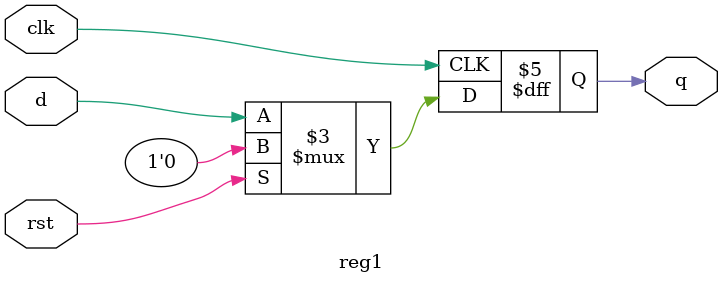
<source format=sv>
module reg1 (
	input logic clk,
	input logic rst,
	input logic d,
	output logic q
);

always_ff @(posedge clk) begin 
	if(rst) begin
		q <= '0;
	end else begin 
		q <= d;
	end
end

endmodule

</source>
